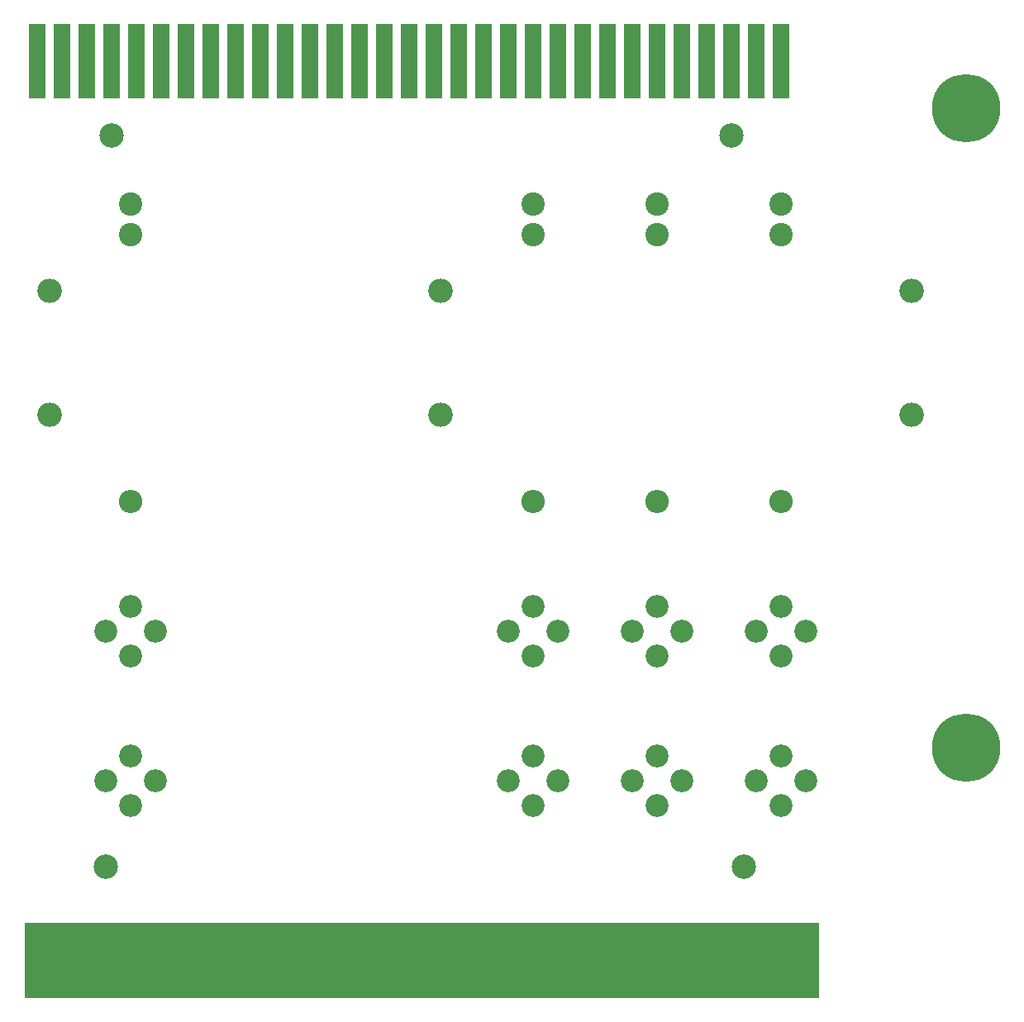
<source format=gbs>
%TF.GenerationSoftware,KiCad,Pcbnew,(5.1.9)-1*%
%TF.CreationDate,2021-05-05T16:31:56+08:00*%
%TF.ProjectId,Riser,52697365-722e-46b6-9963-61645f706362,rev?*%
%TF.SameCoordinates,Original*%
%TF.FileFunction,Soldermask,Bot*%
%TF.FilePolarity,Negative*%
%FSLAX46Y46*%
G04 Gerber Fmt 4.6, Leading zero omitted, Abs format (unit mm)*
G04 Created by KiCad (PCBNEW (5.1.9)-1) date 2021-05-05 16:31:56*
%MOMM*%
%LPD*%
G01*
G04 APERTURE LIST*
%ADD10C,0.100000*%
%ADD11O,2.400000X2.400000*%
%ADD12C,2.400000*%
%ADD13C,7.000000*%
%ADD14O,2.500000X2.500000*%
%ADD15C,2.500000*%
%ADD16R,1.780000X7.620000*%
%ADD17C,2.350000*%
G04 APERTURE END LIST*
D10*
G36*
X177800000Y-142240000D02*
G01*
X96520000Y-142240000D01*
X96520000Y-134620000D01*
X177800000Y-134620000D01*
X177800000Y-142240000D01*
G37*
X177800000Y-142240000D02*
X96520000Y-142240000D01*
X96520000Y-134620000D01*
X177800000Y-134620000D01*
X177800000Y-142240000D01*
D11*
%TO.C,R2*%
X173990000Y-91440000D03*
D12*
X173990000Y-60960000D03*
X173990000Y-64135000D03*
%TD*%
D11*
%TO.C,R3*%
X161290000Y-91440000D03*
D12*
X161290000Y-60960000D03*
X161290000Y-64135000D03*
%TD*%
D11*
%TO.C,R4*%
X148590000Y-91440000D03*
D12*
X148590000Y-60960000D03*
X148590000Y-64135000D03*
%TD*%
D11*
%TO.C,R1*%
X107315000Y-91440000D03*
D12*
X107315000Y-60960000D03*
X107315000Y-64135000D03*
%TD*%
D13*
%TO.C,H2*%
X192913000Y-116713000D03*
%TD*%
%TO.C,H1*%
X192913000Y-51181000D03*
%TD*%
D14*
%TO.C,J5*%
X99060000Y-69850000D03*
X99060000Y-82550000D03*
%TD*%
%TO.C,J4*%
X139065000Y-69850000D03*
X139065000Y-82550000D03*
%TD*%
%TO.C,J3*%
X187325000Y-69850000D03*
X187325000Y-82550000D03*
%TD*%
D15*
%TO.C,J7B1*%
X168910000Y-53975000D03*
%TD*%
%TO.C,J7A1*%
X105410000Y-53975000D03*
%TD*%
%TO.C,J6B1*%
X170180000Y-128905000D03*
%TD*%
%TO.C,J6A1*%
X104775000Y-128905000D03*
%TD*%
D16*
%TO.C,J2*%
X97790000Y-46355000D03*
X100330000Y-46355000D03*
X102870000Y-46355000D03*
X105410000Y-46355000D03*
X107950000Y-46355000D03*
X110490000Y-46355000D03*
X113030000Y-46355000D03*
X115570000Y-46355000D03*
X118110000Y-46355000D03*
X120650000Y-46355000D03*
X123190000Y-46355000D03*
X125730000Y-46355000D03*
X128270000Y-46355000D03*
X130810000Y-46355000D03*
X133350000Y-46355000D03*
X135890000Y-46355000D03*
X138430000Y-46355000D03*
X140970000Y-46355000D03*
X143510000Y-46355000D03*
X146050000Y-46355000D03*
X148590000Y-46355000D03*
X151130000Y-46355000D03*
X153670000Y-46355000D03*
X156210000Y-46355000D03*
X158750000Y-46355000D03*
X161290000Y-46355000D03*
X163830000Y-46355000D03*
X166370000Y-46355000D03*
X168910000Y-46355000D03*
X171450000Y-46355000D03*
X173990000Y-46355000D03*
%TD*%
D17*
%TO.C,F4*%
X146050000Y-104775000D03*
X151130000Y-104775000D03*
X146050000Y-120095000D03*
X151130000Y-120095000D03*
X148590000Y-102235000D03*
X148590000Y-107315000D03*
X148590000Y-122635000D03*
X148590000Y-117555000D03*
%TD*%
%TO.C,F3*%
X158750000Y-104775000D03*
X163830000Y-104775000D03*
X158750000Y-120095000D03*
X163830000Y-120095000D03*
X161290000Y-102235000D03*
X161290000Y-107315000D03*
X161290000Y-122635000D03*
X161290000Y-117555000D03*
%TD*%
%TO.C,F2*%
X171450000Y-104775000D03*
X176530000Y-104775000D03*
X171450000Y-120095000D03*
X176530000Y-120095000D03*
X173990000Y-102235000D03*
X173990000Y-107315000D03*
X173990000Y-122635000D03*
X173990000Y-117555000D03*
%TD*%
%TO.C,F1*%
X104775000Y-104775000D03*
X109855000Y-104775000D03*
X104775000Y-120095000D03*
X109855000Y-120095000D03*
X107315000Y-102235000D03*
X107315000Y-107315000D03*
X107315000Y-122635000D03*
X107315000Y-117555000D03*
%TD*%
D16*
%TO.C,J1*%
X99060000Y-138430000D03*
X101600000Y-138430000D03*
X104140000Y-138430000D03*
X106680000Y-138430000D03*
X109220000Y-138430000D03*
X111760000Y-138430000D03*
X114300000Y-138430000D03*
X116840000Y-138430000D03*
X119380000Y-138430000D03*
X121920000Y-138430000D03*
X124460000Y-138430000D03*
X127000000Y-138430000D03*
X129540000Y-138430000D03*
X132080000Y-138430000D03*
X134620000Y-138430000D03*
X137160000Y-138430000D03*
X139700000Y-138430000D03*
X142240000Y-138430000D03*
X144780000Y-138430000D03*
X147320000Y-138430000D03*
X149860000Y-138430000D03*
X152400000Y-138430000D03*
X154940000Y-138430000D03*
X157480000Y-138430000D03*
X160020000Y-138430000D03*
X162560000Y-138430000D03*
X165100000Y-138430000D03*
X167640000Y-138430000D03*
X170180000Y-138430000D03*
X172720000Y-138430000D03*
X175260000Y-138430000D03*
%TD*%
M02*

</source>
